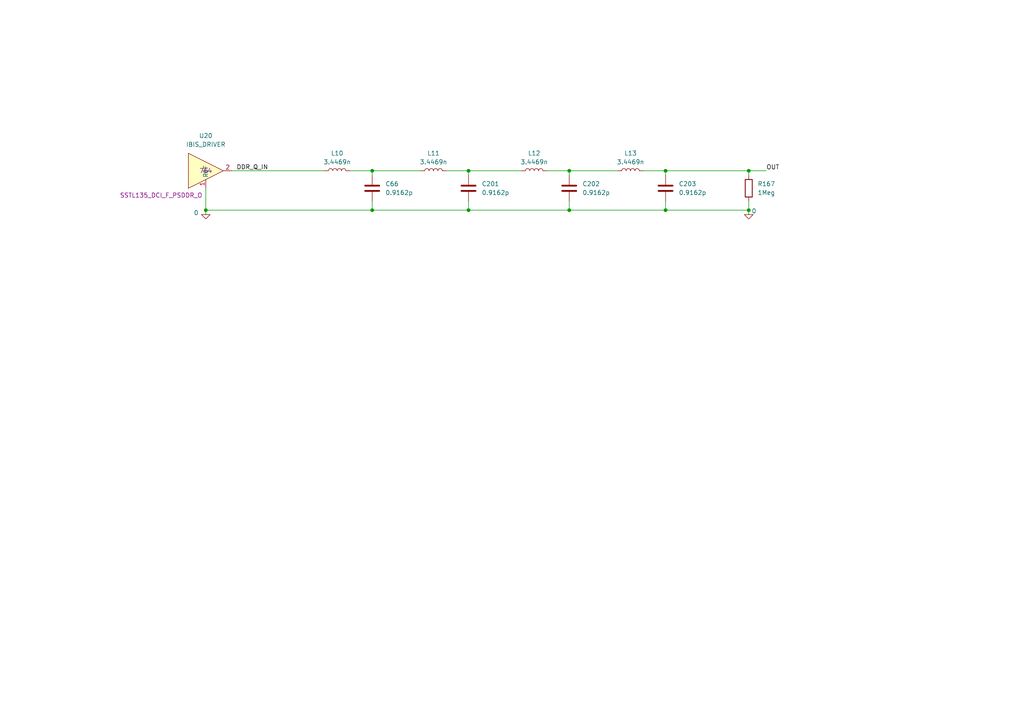
<source format=kicad_sch>
(kicad_sch (version 20250114) (generator "eeschema") (generator_version "9.0")
  (paper "A4")
  (lib_symbols
    (symbol "Device:C" (pin_numbers (hide yes)) (pin_names (offset 0.254))
      (property "Reference" "C" (at 0.635 2.54 0))
      (property "Value" "C" (at 0.635 -2.54 0))
      (symbol "C_0_1"
        (polyline (pts (xy -2.032 0.762) (xy 2.032 0.762)) (stroke (width 0.508)))
        (polyline (pts (xy -2.032 -0.762) (xy 2.032 -0.762)) (stroke (width 0.508)))
      )
      (symbol "C_1_1"
        (pin passive line (at 0 3.81 270) (length 2.794) (name "~") (number "1"))
        (pin passive line (at 0 -3.81 90) (length 2.794) (name "~") (number "2"))
      )
    )
    (symbol "Device:L" (pin_numbers (hide yes)) (pin_names (offset 1.016) (hide yes))
      (property "Reference" "L" (at -1.27 0 90))
      (property "Value" "L" (at 1.905 0 90))
      (symbol "L_0_1"
        (arc (start 0 2.54) (mid 0.6323 1.905) (end 0 1.27))
        (arc (start 0 1.27) (mid 0.6323 0.635) (end 0 0))
        (arc (start 0 0) (mid 0.6323 -0.635) (end 0 -1.27))
        (arc (start 0 -1.27) (mid 0.6323 -1.905) (end 0 -2.54))
      )
      (symbol "L_1_1"
        (pin passive line (at 0 3.81 270) (length 1.27) (name "1") (number "1"))
        (pin passive line (at 0 -3.81 90) (length 1.27) (name "2") (number "2"))
      )
    )
    (symbol "Device:R" (pin_numbers (hide yes)) (pin_names (offset 0))
      (property "Reference" "R" (at 2.032 0 90))
      (property "Value" "R" (at 0 0 90))
      (symbol "R_0_1"
        (rectangle (start -1.016 -2.54) (end 1.016 2.54) (stroke (width 0.254)))
      )
      (symbol "R_1_1"
        (pin passive line (at 0 3.81 270) (length 1.27) (name "~") (number "1"))
        (pin passive line (at 0 -3.81 90) (length 1.27) (name "~") (number "2"))
      )
    )
    (symbol "Simulation_SPICE:0" (power) (pin_numbers (hide yes)) (pin_names (offset 0) (hide yes))
      (property "Value" "0" (at 0 -2.54 0))
      (symbol "0_0_1"
        (polyline (pts (xy -1.27 0) (xy 0 -1.27) (xy 1.27 0) (xy -1.27 0)))
      )
      (symbol "0_1_1"
        (pin power_in line (at 0 0 0) (length 0) (name "~") (number "1"))
      )
    )
    (symbol "Simulation_SPICE:IBIS_DRIVER"
      (property "Reference" "U?" (at 0 8.89 0))
      (property "Value" "IBIS_DRIVER" (at 0 6.35 0))
      (symbol "IBIS_DRIVER_0_1"
        (polyline (pts (xy 5.08 0) (xy -5.08 5.08) (xy -5.08 -5.08) (xy 5.08 0)) (fill (type background)))
      )
      (symbol "IBIS_DRIVER_1_1"
        (pin power_in line (at 0 -5.08 90) (length 2.54) (name "REF") (number "1"))
        (pin bidirectional line (at 7.62 0 180) (length 2.54) (name "") (number "2"))
      )
    )
  )
  (junction (at 217.17 60.96))
  (junction (at 193.04 49.53))
  (junction (at 217.17 49.53))
  (junction (at 193.04 60.96))
  (junction (at 165.1 49.53))
  (junction (at 135.89 49.53))
  (junction (at 107.95 49.53))
  (junction (at 135.89 60.96))
  (junction (at 59.69 60.96))
  (junction (at 165.1 60.96))
  (junction (at 107.95 60.96))
  (wire (pts (xy 158.75 49.53) (xy 165.1 49.53)))
  (wire (pts (xy 217.17 49.53) (xy 217.17 50.8)))
  (wire (pts (xy 186.69 49.53) (xy 193.04 49.53)))
  (wire (pts (xy 165.1 58.42) (xy 165.1 60.96)))
  (wire (pts (xy 217.17 60.96) (xy 217.17 62.23)))
  (wire (pts (xy 217.17 58.42) (xy 217.17 60.96)))
  (wire (pts (xy 67.31 49.53) (xy 93.98 49.53)))
  (wire (pts (xy 165.1 60.96) (xy 193.04 60.96)))
  (wire (pts (xy 217.17 60.96) (xy 193.04 60.96)))
  (wire (pts (xy 107.95 60.96) (xy 135.89 60.96)))
  (wire (pts (xy 193.04 58.42) (xy 193.04 60.96)))
  (wire (pts (xy 135.89 49.53) (xy 135.89 50.8)))
  (wire (pts (xy 59.69 60.96) (xy 107.95 60.96)))
  (wire (pts (xy 165.1 49.53) (xy 165.1 50.8)))
  (wire (pts (xy 107.95 49.53) (xy 107.95 50.8)))
  (wire (pts (xy 107.95 58.42) (xy 107.95 60.96)))
  (wire (pts (xy 165.1 49.53) (xy 179.07 49.53)))
  (wire (pts (xy 129.54 49.53) (xy 135.89 49.53)))
  (wire (pts (xy 135.89 58.42) (xy 135.89 60.96)))
  (wire (pts (xy 217.17 49.53) (xy 222.25 49.53)))
  (wire (pts (xy 135.89 49.53) (xy 151.13 49.53)))
  (wire (pts (xy 59.69 60.96) (xy 59.69 62.23)))
  (wire (pts (xy 193.04 49.53) (xy 193.04 50.8)))
  (wire (pts (xy 135.89 60.96) (xy 165.1 60.96)))
  (wire (pts (xy 193.04 49.53) (xy 217.17 49.53)))
  (wire (pts (xy 59.69 54.61) (xy 59.69 60.96)))
  (wire (pts (xy 101.6 49.53) (xy 107.95 49.53)))
  (wire (pts (xy 107.95 49.53) (xy 121.92 49.53)))
  (label "DDR_Q_IN" (at 68.58 49.53 0))
  (label "OUT" (at 222.25 49.53 0))
  (symbol (lib_id "Simulation_SPICE:0") (at 59.69 62.23 0) (unit 1)
    (property "Reference" "#GND01" (effects (hide yes)))
    (property "Value" "0" (at 56.896 61.722 0))
    (property "Datasheet" "https://ngspice.sourceforge.io/docs/ngspice-html-manual/manual.xhtml#subsec_Circuit_elements__device" (effects (hide yes)))
    (property "Description" "0V reference potential for simulation" (effects (hide yes)))
  )
  (symbol (lib_id "Device:L") (at 154.94 49.53 90) (unit 1)
    (property "Reference" "L12" (at 154.94 44.45 90))
    (property "Value" "3.4469n" (at 154.94 46.99 90))
    (property "Description" "Inductor" (effects (hide yes)))
  )
  (symbol (lib_id "Device:L") (at 97.79 49.53 90) (unit 1)
    (property "Reference" "L10" (at 97.79 44.45 90))
    (property "Value" "3.4469n" (at 97.79 46.99 90))
    (property "Description" "Inductor" (effects (hide yes)))
  )
  (symbol (lib_id "Device:C") (at 107.95 54.61 0) (unit 1)
    (property "Reference" "C66" (at 111.76 53.3399 0) (effects (justify left)))
    (property "Value" "0.9162p" (at 111.76 55.8799 0) (effects (justify left)))
    (property "Description" "Unpolarized capacitor" (effects (hide yes)))
  )
  (symbol (lib_id "Simulation_SPICE:0") (at 217.17 62.23 0) (unit 1)
    (property "Reference" "#GND02" (effects (hide yes)))
    (property "Value" "0" (at 218.694 61.214 0))
    (property "Datasheet" "https://ngspice.sourceforge.io/docs/ngspice-html-manual/manual.xhtml#subsec_Circuit_elements__device" (effects (hide yes)))
    (property "Description" "0V reference potential for simulation" (effects (hide yes)))
  )
  (symbol (lib_id "Device:C") (at 135.89 54.61 0) (unit 1)
    (property "Reference" "C201" (at 139.7 53.3399 0) (effects (justify left)))
    (property "Value" "0.9162p" (at 139.7 55.8799 0) (effects (justify left)))
    (property "Description" "Unpolarized capacitor" (effects (hide yes)))
  )
  (symbol (lib_id "Device:R") (at 217.17 54.61 180) (unit 1)
    (property "Reference" "R167" (at 219.71 53.3399 0) (effects (justify right)))
    (property "Value" "1Meg" (at 219.71 55.8799 0) (effects (justify right)))
    (property "Description" "Resistor" (effects (hide yes)))
  )
  (symbol (lib_id "Device:C") (at 165.1 54.61 0) (unit 1)
    (property "Reference" "C202" (at 168.91 53.3399 0) (effects (justify left)))
    (property "Value" "0.9162p" (at 168.91 55.8799 0) (effects (justify left)))
    (property "Description" "Unpolarized capacitor" (effects (hide yes)))
  )
  (symbol (lib_id "Simulation_SPICE:IBIS_DRIVER") (at 59.69 49.53 0) (unit 1)
    (property "Reference" "U20" (at 59.69 39.37 0))
    (property "Value" "IBIS_DRIVER" (at 59.69 41.91 0))
    (property "Datasheet" "https://ibis.org" (effects (hide yes)))
    (property "Description" "SSTL135_DCI_F_PSDDR_O" (effects (hide yes)))
    (property "Sim.Device" "IBIS" (effects (hide yes)))
    (property "Sim.Type" "RECTDRIVER" (effects (hide yes)))
    (property "Sim.Pins" "1=GND 2=IN/OUT" (effects (hide yes)))
    (property "Sim.Library" "simulation\\SSTL135_DCI_F_PSDDR_O.ibs" (effects (hide yes)))
    (property "Sim.Name" "ZYNQ" (effects (hide yes)))
    (property "Sim.Ibis.Pin" "764" (at 59.69 49.53 0))
    (property "Sim.Ibis.Model" "SSTL135_DCI_F_PSDDR_O" (at 46.736 56.642 0))
    (property "Sim.Params" "ton=40n toff=40n td=0n n=10" (effects (hide yes)))
  )
  (symbol (lib_id "Device:L") (at 182.88 49.53 90) (unit 1)
    (property "Reference" "L13" (at 182.88 44.45 90))
    (property "Value" "3.4469n" (at 182.88 46.99 90))
    (property "Description" "Inductor" (effects (hide yes)))
  )
  (symbol (lib_id "Device:C") (at 193.04 54.61 0) (unit 1)
    (property "Reference" "C203" (at 196.85 53.3399 0) (effects (justify left)))
    (property "Value" "0.9162p" (at 196.85 55.8799 0) (effects (justify left)))
    (property "Description" "Unpolarized capacitor" (effects (hide yes)))
  )
  (symbol (lib_id "Device:L") (at 125.73 49.53 90) (unit 1)
    (property "Reference" "L11" (at 125.73 44.45 90))
    (property "Value" "3.4469n" (at 125.73 46.99 90))
    (property "Description" "Inductor" (effects (hide yes)))
  )
)
</source>
